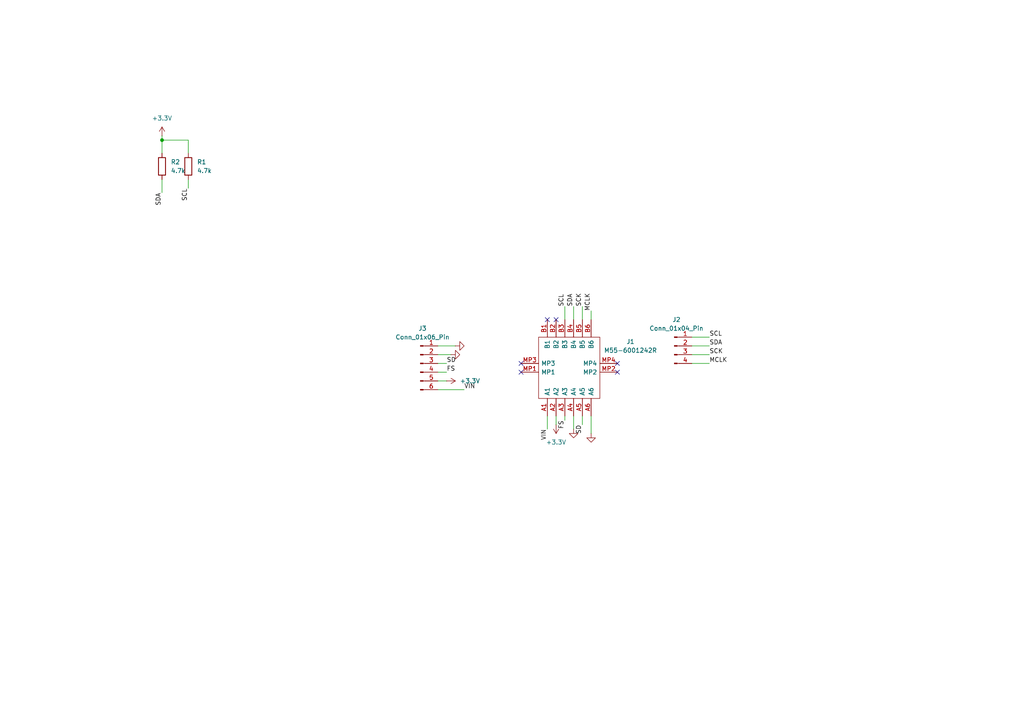
<source format=kicad_sch>
(kicad_sch (version 20231120) (generator "eeschema") (generator_version "8.0")
  (paper "A4")
  (lib_symbols
    (symbol "Connector:Conn_01x04_Pin" (pin_names (offset 1.016) hide)
      (property "Reference" "J" (at 0 5.08 0))
      (property "Value" "Conn_01x04_Pin" (at 0 -7.62 0))
      (symbol "Conn_01x04_Pin_1_1"
        (polyline (pts (xy 1.27 -5.08) (xy 0.8636 -5.08)) (stroke (width 0.1524)))
        (polyline (pts (xy 1.27 -2.54) (xy 0.8636 -2.54)) (stroke (width 0.1524)))
        (polyline (pts (xy 1.27 0) (xy 0.8636 0)) (stroke (width 0.1524)))
        (polyline (pts (xy 1.27 2.54) (xy 0.8636 2.54)) (stroke (width 0.1524)))
        (rectangle (start 0.8636 -4.953) (end 0 -5.207) (stroke (width 0.1524)) (fill (type outline)))
        (rectangle (start 0.8636 -2.413) (end 0 -2.667) (stroke (width 0.1524)) (fill (type outline)))
        (rectangle (start 0.8636 0.127) (end 0 -0.127) (stroke (width 0.1524)) (fill (type outline)))
        (rectangle (start 0.8636 2.667) (end 0 2.413) (stroke (width 0.1524)) (fill (type outline)))
        (pin passive line (at 5.08 2.54 180) (length 3.81) (name "Pin_1") (number "1"))
        (pin passive line (at 5.08 0 180) (length 3.81) (name "Pin_2") (number "2"))
        (pin passive line (at 5.08 -2.54 180) (length 3.81) (name "Pin_3") (number "3"))
        (pin passive line (at 5.08 -5.08 180) (length 3.81) (name "Pin_4") (number "4"))
      )
    )
    (symbol "Connector:Conn_01x06_Pin" (pin_names (offset 1.016) hide)
      (property "Reference" "J" (at 0 7.62 0))
      (property "Value" "Conn_01x06_Pin" (at 0 -10.16 0))
      (symbol "Conn_01x06_Pin_1_1"
        (polyline (pts (xy 1.27 -7.62) (xy 0.8636 -7.62)) (stroke (width 0.1524)))
        (polyline (pts (xy 1.27 -5.08) (xy 0.8636 -5.08)) (stroke (width 0.1524)))
        (polyline (pts (xy 1.27 -2.54) (xy 0.8636 -2.54)) (stroke (width 0.1524)))
        (polyline (pts (xy 1.27 0) (xy 0.8636 0)) (stroke (width 0.1524)))
        (polyline (pts (xy 1.27 2.54) (xy 0.8636 2.54)) (stroke (width 0.1524)))
        (polyline (pts (xy 1.27 5.08) (xy 0.8636 5.08)) (stroke (width 0.1524)))
        (rectangle (start 0.8636 -7.493) (end 0 -7.747) (stroke (width 0.1524)) (fill (type outline)))
        (rectangle (start 0.8636 -4.953) (end 0 -5.207) (stroke (width 0.1524)) (fill (type outline)))
        (rectangle (start 0.8636 -2.413) (end 0 -2.667) (stroke (width 0.1524)) (fill (type outline)))
        (rectangle (start 0.8636 0.127) (end 0 -0.127) (stroke (width 0.1524)) (fill (type outline)))
        (rectangle (start 0.8636 2.667) (end 0 2.413) (stroke (width 0.1524)) (fill (type outline)))
        (rectangle (start 0.8636 5.207) (end 0 4.953) (stroke (width 0.1524)) (fill (type outline)))
        (pin passive line (at 5.08 5.08 180) (length 3.81) (name "Pin_1") (number "1"))
        (pin passive line (at 5.08 2.54 180) (length 3.81) (name "Pin_2") (number "2"))
        (pin passive line (at 5.08 0 180) (length 3.81) (name "Pin_3") (number "3"))
        (pin passive line (at 5.08 -2.54 180) (length 3.81) (name "Pin_4") (number "4"))
        (pin passive line (at 5.08 -5.08 180) (length 3.81) (name "Pin_5") (number "5"))
        (pin passive line (at 5.08 -7.62 180) (length 3.81) (name "Pin_6") (number "6"))
      )
    )
    (symbol "Device:R" (pin_numbers hide) (pin_names (offset 0))
      (property "Reference" "R" (at 2.032 0 90))
      (property "Value" "R" (at 0 0 90))
      (symbol "R_0_1"
        (rectangle (start -1.016 -2.54) (end 1.016 2.54) (stroke (width 0.254)))
      )
      (symbol "R_1_1"
        (pin passive line (at 0 3.81 270) (length 1.27) (name "~") (number "1"))
        (pin passive line (at 0 -3.81 90) (length 1.27) (name "~") (number "2"))
      )
    )
    (symbol "M55-6001242R:M55-6001242R" (pin_names (offset 0.762))
      (property "Reference" "J" (at 24.13 12.7 0))
      (property "Value" "M55-6001242R" (at 24.13 10.16 0))
      (symbol "M55-6001242R_0_0"
        (pin passive line (at 7.62 -15.24 90) (length 5.08) (name "A1") (number "A1"))
        (pin passive line (at 10.16 -15.24 90) (length 5.08) (name "A2") (number "A2"))
        (pin passive line (at 12.7 -15.24 90) (length 5.08) (name "A3") (number "A3"))
        (pin passive line (at 15.24 -15.24 90) (length 5.08) (name "A4") (number "A4"))
        (pin passive line (at 17.78 -15.24 90) (length 5.08) (name "A5") (number "A5"))
        (pin passive line (at 20.32 -15.24 90) (length 5.08) (name "A6") (number "A6"))
        (pin passive line (at 7.62 12.7 270) (length 5.08) (name "B1") (number "B1"))
        (pin passive line (at 10.16 12.7 270) (length 5.08) (name "B2") (number "B2"))
        (pin passive line (at 12.7 12.7 270) (length 5.08) (name "B3") (number "B3"))
        (pin passive line (at 15.24 12.7 270) (length 5.08) (name "B4") (number "B4"))
        (pin passive line (at 17.78 12.7 270) (length 5.08) (name "B5") (number "B5"))
        (pin passive line (at 20.32 12.7 270) (length 5.08) (name "B6") (number "B6"))
        (pin passive line (at 0 -2.54 0) (length 5.08) (name "MP1") (number "MP1"))
        (pin passive line (at 27.94 -2.54 180) (length 5.08) (name "MP2") (number "MP2"))
        (pin passive line (at 0 0 0) (length 5.08) (name "MP3") (number "MP3"))
        (pin passive line (at 27.94 0 180) (length 5.08) (name "MP4") (number "MP4"))
      )
      (symbol "M55-6001242R_0_1"
        (polyline (pts (xy 5.08 7.62) (xy 22.86 7.62) (xy 22.86 -10.16) (xy 5.08 -10.16) (xy 5.08 7.62)) (stroke (width 0.1524)))
      )
    )
    (symbol "power:+3.3V" (power) (pin_numbers hide) (pin_names (offset 0) hide)
      (property "Value" "+3.3V" (at 0 3.556 0))
      (symbol "+3.3V_0_1"
        (polyline (pts (xy -0.762 1.27) (xy 0 2.54)))
        (polyline (pts (xy 0 0) (xy 0 2.54)))
        (polyline (pts (xy 0 2.54) (xy 0.762 1.27)))
      )
      (symbol "+3.3V_1_1"
        (pin power_in line (at 0 0 90) (length 0) (name "~") (number "1"))
      )
    )
    (symbol "power:GND" (power) (pin_numbers hide) (pin_names (offset 0) hide)
      (property "Value" "GND" (at 0 -3.81 0))
      (symbol "GND_0_1"
        (polyline (pts (xy 0 0) (xy 0 -1.27) (xy 1.27 -1.27) (xy 0 -2.54) (xy -1.27 -1.27) (xy 0 -1.27)))
      )
      (symbol "GND_1_1"
        (pin power_in line (at 0 0 270) (length 0) (name "~") (number "1"))
      )
    )
  )
  (junction (at 46.99 40.64))
  (no_connect (at 151.13 107.95))
  (no_connect (at 179.07 107.95))
  (no_connect (at 151.13 105.41))
  (no_connect (at 179.07 105.41))
  (no_connect (at 158.75 92.71))
  (no_connect (at 161.29 92.71))
  (wire (pts (xy 46.99 40.64) (xy 46.99 44.45)))
  (wire (pts (xy 54.61 52.07) (xy 54.61 54.61)))
  (wire (pts (xy 54.61 40.64) (xy 46.99 40.64)))
  (wire (pts (xy 127 105.41) (xy 129.54 105.41)))
  (wire (pts (xy 200.66 100.33) (xy 205.74 100.33)))
  (wire (pts (xy 161.29 120.65) (xy 161.29 123.19)))
  (wire (pts (xy 163.83 120.65) (xy 163.83 121.92)))
  (wire (pts (xy 46.99 52.07) (xy 46.99 55.88)))
  (wire (pts (xy 127 110.49) (xy 129.54 110.49)))
  (wire (pts (xy 127 100.33) (xy 132.08 100.33)))
  (wire (pts (xy 200.66 102.87) (xy 205.74 102.87)))
  (wire (pts (xy 46.99 39.37) (xy 46.99 40.64)))
  (wire (pts (xy 127 107.95) (xy 129.54 107.95)))
  (wire (pts (xy 54.61 44.45) (xy 54.61 40.64)))
  (wire (pts (xy 166.37 88.9) (xy 166.37 92.71)))
  (wire (pts (xy 168.91 120.65) (xy 168.91 123.19)))
  (wire (pts (xy 127 102.87) (xy 130.81 102.87)))
  (wire (pts (xy 200.66 97.79) (xy 205.74 97.79)))
  (wire (pts (xy 166.37 120.65) (xy 166.37 124.46)))
  (wire (pts (xy 168.91 88.9) (xy 168.91 92.71)))
  (wire (pts (xy 171.45 120.65) (xy 171.45 125.73)))
  (wire (pts (xy 163.83 88.9) (xy 163.83 92.71)))
  (wire (pts (xy 127 113.03) (xy 134.62 113.03)))
  (wire (pts (xy 171.45 90.17) (xy 171.45 92.71)))
  (wire (pts (xy 200.66 105.41) (xy 205.74 105.41)))
  (wire (pts (xy 158.75 120.65) (xy 158.75 124.46)))
  (label "SCK" (at 205.74 102.87 0))
  (label "SDA" (at 205.74 100.33 0))
  (label "SCL" (at 163.83 88.9 90))
  (label "SCL" (at 205.74 97.79 0))
  (label "MCLK" (at 171.45 90.17 90))
  (label "FS" (at 163.83 121.92 270))
  (label "SD" (at 129.54 105.41 0))
  (label "MCLK" (at 205.74 105.41 0))
  (label "VIN" (at 134.62 113.03 0))
  (label "SDA" (at 166.37 88.9 90))
  (label "SDA" (at 46.99 55.88 270))
  (label "SCK" (at 168.91 88.9 90))
  (label "SD" (at 168.91 123.19 270))
  (label "SCL" (at 54.61 54.61 270))
  (label "FS" (at 129.54 107.95 0))
  (label "VIN" (at 158.75 124.46 270))
  (symbol (lib_id "Device:R") (at 54.61 48.26 0) (unit 1)
    (property "Reference" "R1" (at 57.15 46.9899 0) (effects (justify left)))
    (property "Value" "4.7k" (at 57.15 49.5299 0) (effects (justify left)))
    (property "Footprint" "Resistor_THT:R_Axial_DIN0204_L3.6mm_D1.6mm_P5.08mm_Horizontal" (effects (hide yes)))
    (property "Description" "Resistor" (effects (hide yes)))
  )
  (symbol (lib_id "power:GND") (at 166.37 124.46 0) (unit 1)
    (property "Reference" "#PWR02" (effects (hide yes)))
    (property "Value" "GND" (effects (hide yes)))
    (property "Description" "Power symbol creates a global label with name \"GND\" , ground" (effects (hide yes)))
  )
  (symbol (lib_id "power:GND") (at 171.45 125.73 0) (unit 1)
    (property "Reference" "#PWR01" (effects (hide yes)))
    (property "Value" "GND" (effects (hide yes)))
    (property "Description" "Power symbol creates a global label with name \"GND\" , ground" (effects (hide yes)))
  )
  (symbol (lib_id "M55-6001242R:M55-6001242R") (at 151.13 105.41 0) (unit 1)
    (property "Reference" "J1" (at 182.88 99.0914 0))
    (property "Value" "M55-6001242R" (at 182.88 101.6314 0))
    (property "Footprint" "KiCad:M556001242R" (effects (hide yes)))
    (property "Datasheet" "https://cdn.harwin.com/pdfs/M55-60X.pdf" (effects (hide yes)))
    (property "Description" "Archer Kontrol (1.27mm pitch) DIL Vertical Socket SMT high performance connector, 6.25mm connector height, in Tape and Reel - 12 contacts (6+6)" (effects (hide yes)))
    (property "Description_1" "Archer Kontrol (1.27mm pitch) DIL Vertical Socket SMT high performance connector, 6.25mm connector height, in Tape and Reel - 12 contacts (6+6)" (effects (hide yes)))
    (property "Height" "10.3" (effects (hide yes)))
    (property "Manufacturer_Name" "Harwin" (effects (hide yes)))
    (property "Manufacturer_Part_Number" "M55-6001242R" (effects (hide yes)))
    (property "Mouser Part Number" "855-M55-6001242R" (effects (hide yes)))
    (property "Mouser Price/Stock" "https://www.mouser.co.uk/ProductDetail/Harwin/M55-6001242R?qs=rrS6PyfT74dB2Y65YeS0cA%3D%3D" (effects (hide yes)))
  )
  (symbol (lib_id "power:+3.3V") (at 129.54 110.49 270) (unit 1)
    (property "Reference" "#PWR08" (effects (hide yes)))
    (property "Value" "+3.3V" (at 133.35 110.4899 90) (effects (justify left)))
    (property "Description" "Power symbol creates a global label with name \"+3.3V\"" (effects (hide yes)))
  )
  (symbol (lib_id "Connector:Conn_01x06_Pin") (at 121.92 105.41 0) (unit 1)
    (property "Reference" "J3" (at 122.555 95.25 0))
    (property "Value" "Conn_01x06_Pin" (at 122.555 97.79 0))
    (property "Footprint" "Connector_PinHeader_2.54mm:PinHeader_1x06_P2.54mm_Vertical" (effects (hide yes)))
    (property "Description" "Generic connector, single row, 01x06, script generated" (effects (hide yes)))
  )
  (symbol (lib_id "power:GND") (at 130.81 102.87 90) (unit 1)
    (property "Reference" "#PWR06" (effects (hide yes)))
    (property "Value" "GND" (effects (hide yes)))
    (property "Description" "Power symbol creates a global label with name \"GND\" , ground" (effects (hide yes)))
  )
  (symbol (lib_id "power:GND") (at 132.08 100.33 90) (unit 1)
    (property "Reference" "#PWR05" (effects (hide yes)))
    (property "Value" "GND" (effects (hide yes)))
    (property "Description" "Power symbol creates a global label with name \"GND\" , ground" (effects (hide yes)))
  )
  (symbol (lib_id "power:+3.3V") (at 46.99 39.37 0) (unit 1)
    (property "Reference" "#PWR09" (effects (hide yes)))
    (property "Value" "+3.3V" (at 46.99 34.29 0))
    (property "Description" "Power symbol creates a global label with name \"+3.3V\"" (effects (hide yes)))
  )
  (symbol (lib_id "power:+3.3V") (at 161.29 123.19 180) (unit 1)
    (property "Reference" "#PWR03" (effects (hide yes)))
    (property "Value" "+3.3V" (at 161.29 128.27 0))
    (property "Description" "Power symbol creates a global label with name \"+3.3V\"" (effects (hide yes)))
  )
  (symbol (lib_id "Device:R") (at 46.99 48.26 0) (unit 1)
    (property "Reference" "R2" (at 49.53 46.9899 0) (effects (justify left)))
    (property "Value" "4.7k" (at 49.53 49.5299 0) (effects (justify left)))
    (property "Footprint" "Resistor_THT:R_Axial_DIN0204_L3.6mm_D1.6mm_P5.08mm_Horizontal" (effects (hide yes)))
    (property "Description" "Resistor" (effects (hide yes)))
  )
  (symbol (lib_id "Connector:Conn_01x04_Pin") (at 195.58 100.33 0) (unit 1)
    (property "Reference" "J2" (at 196.215 92.71 0))
    (property "Value" "Conn_01x04_Pin" (at 196.215 95.25 0))
    (property "Footprint" "Connector_PinHeader_2.54mm:PinHeader_1x04_P2.54mm_Vertical" (effects (hide yes)))
    (property "Description" "Generic connector, single row, 01x04, script generated" (effects (hide yes)))
  )
)
</source>
